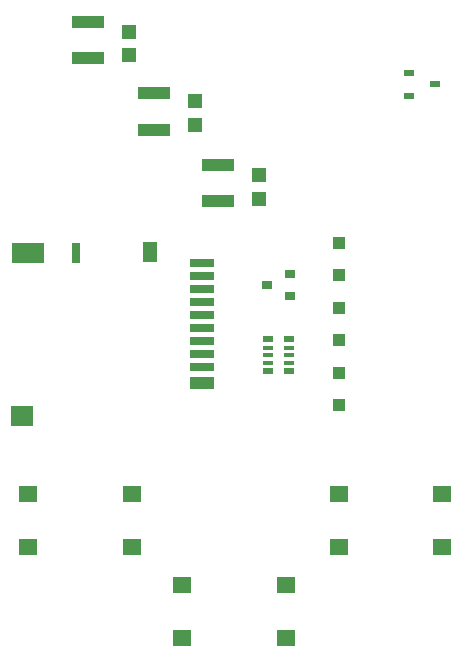
<source format=gbp>
%FSLAX44Y44*%
%MOMM*%
G71*
G01*
G75*
G04 Layer_Color=128*
%ADD10R,2.0000X0.7000*%
%ADD11R,2.0000X1.0000*%
%ADD12R,1.2000X1.8000*%
%ADD13R,0.8000X1.8000*%
%ADD14R,2.8000X1.8000*%
%ADD15R,1.9000X1.8000*%
%ADD16R,0.9000X0.8000*%
%ADD17R,1.0000X1.0000*%
%ADD18R,1.6000X1.4000*%
%ADD19R,2.8000X1.1000*%
%ADD20R,1.3000X1.2000*%
%ADD21R,0.9500X0.6000*%
%ADD22R,0.9000X0.5000*%
%ADD23R,0.9000X0.3200*%
%ADD24C,0.2540*%
%ADD25C,1.7000*%
%ADD26R,1.7000X1.7000*%
%ADD27R,1.7000X1.7000*%
%ADD28C,3.5000*%
%ADD29C,0.8000*%
%ADD30R,2.2032X0.9032*%
%ADD31R,2.2032X1.2032*%
%ADD32R,1.4032X2.0032*%
%ADD33R,1.0032X2.0032*%
%ADD34R,3.0032X2.0032*%
%ADD35R,2.1032X2.0032*%
%ADD36R,1.1032X1.0032*%
%ADD37R,1.2032X1.2032*%
%ADD38R,1.8032X1.6032*%
%ADD39R,3.0032X1.3032*%
%ADD40R,1.5032X1.4032*%
%ADD41R,1.1532X0.8032*%
%ADD42R,1.1032X0.7032*%
%ADD43R,1.1032X0.5232*%
%ADD44C,1.9032*%
%ADD45R,1.9032X1.9032*%
%ADD46R,1.9032X1.9032*%
%ADD47C,3.7032*%
%ADD48C,1.0032*%
D10*
X1220691Y778000D02*
D03*
Y767000D02*
D03*
Y756000D02*
D03*
Y745000D02*
D03*
Y734000D02*
D03*
Y723000D02*
D03*
Y712000D02*
D03*
Y701000D02*
D03*
Y690000D02*
D03*
D11*
Y676000D02*
D03*
D12*
X1176992Y787100D02*
D03*
D13*
X1114591Y786500D02*
D03*
D14*
X1073691D02*
D03*
D15*
X1068891Y647900D02*
D03*
D16*
X1295691Y749500D02*
D03*
Y768500D02*
D03*
X1275691Y759000D02*
D03*
D17*
X1336691Y657500D02*
D03*
Y685000D02*
D03*
Y712500D02*
D03*
Y740000D02*
D03*
Y767500D02*
D03*
Y795000D02*
D03*
D18*
X1204441Y505250D02*
D03*
Y460250D02*
D03*
X1292441Y505250D02*
D03*
Y460250D02*
D03*
X1161691Y537000D02*
D03*
Y582000D02*
D03*
X1073691Y537000D02*
D03*
Y582000D02*
D03*
X1336691D02*
D03*
Y537000D02*
D03*
X1424691Y582000D02*
D03*
Y537000D02*
D03*
D19*
X1234691Y830000D02*
D03*
Y861000D02*
D03*
X1180452Y890670D02*
D03*
Y921670D02*
D03*
X1124702Y950888D02*
D03*
Y981888D02*
D03*
D20*
X1269691Y852000D02*
D03*
Y832000D02*
D03*
X1215191Y894500D02*
D03*
Y914500D02*
D03*
X1159691Y973500D02*
D03*
Y953500D02*
D03*
D21*
X1418691Y929000D02*
D03*
X1396691Y919500D02*
D03*
Y938500D02*
D03*
D22*
X1276691Y713050D02*
D03*
Y686000D02*
D03*
X1294791D02*
D03*
Y713050D02*
D03*
D23*
X1276691Y705800D02*
D03*
Y699400D02*
D03*
Y693000D02*
D03*
X1294791D02*
D03*
Y699400D02*
D03*
Y705800D02*
D03*
M02*

</source>
